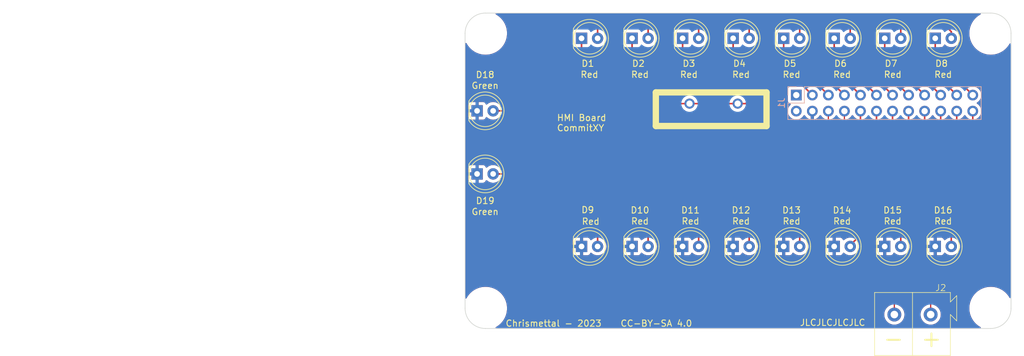
<source format=kicad_pcb>
(kicad_pcb (version 20221018) (generator pcbnew)
  (layers (0 "F.Cu" signal) (31 "B.Cu" signal) (34 "B.Paste" user) (35 "F.Paste" user) (36 "B.SilkS" user "B.Silkscreen") (37 "F.SilkS" user "F.Silkscreen") (38 "B.Mask" user) (39 "F.Mask" user) (44 "Edge.Cuts" user))
  (net 0 "")
  (net 1 "/LED_I1")
  (net 2 "+3V3")
  (net 3 "/LED_I2")
  (net 4 "/LED_I3")
  (net 5 "/LED_I4")
  (net 6 "/LED_I5")
  (net 7 "/LED_I6")
  (net 8 "/LED_I7")
  (net 9 "/LED_I8")
  (net 10 "GND")
  (net 11 "/LED_Q8")
  (net 12 "/LED_Q7")
  (net 13 "/LED_Q6")
  (net 14 "/LED_Q5")
  (net 15 "/LED_Q4")
  (net 16 "/LED_Q3")
  (net 17 "/LED_Q2")
  (net 18 "/LED_Q1")
  (net 21 "/LED_5V")
  (net 22 "/LED_24V")
  (net 23 "/KNX -")
  (net 24 "/KNX +")
  (footprint "MeineBib:KNX_Header" (layer "F.Cu") (at 200.3 114.6)
    (fp_text reference "J2" (at 4.468 -4.239 unlocked) (layer "F.SilkS") (effects (font (thickness 0.1))))
    (fp_text value "KNX")
    (fp_line (start -6 -3.5) (end -6 6.5) (stroke (width 0.1)) (layer "F.SilkS"))
    (fp_line (start -6 6.5) (end 6 6.5) (stroke (width 0.1)) (layer "F.SilkS"))
    (fp_line (start -2 4) (end -4 4) (stroke (width 0.3)) (layer "F.SilkS"))
    (fp_line (start 0 -3.5) (end -6 -3.5) (stroke (width 0.1)) (layer "F.SilkS"))
    (fp_line (start 0 -3.5) (end 6 -3.5) (stroke (width 0.1)) (layer "F.SilkS"))
    (fp_line (start 0 6.5) (end 0 -3.5) (stroke (width 0.1)) (layer "F.SilkS"))
    (fp_line (start 2 4) (end 4 4) (stroke (width 0.3)) (layer "F.SilkS"))
    (fp_line (start 3 5) (end 3 3) (stroke (width 0.3)) (layer "F.SilkS"))
    (fp_line (start 6 -3.5) (end 6 -2) (stroke (width 0.1)) (layer "F.SilkS"))
    (fp_line (start 6 -2) (end 7 -3) (stroke (width 0.1)) (layer "F.SilkS"))
    (fp_line (start 6 0) (end 6 6.5) (stroke (width 0.1)) (layer "F.SilkS"))
    (fp_line (start 7 -3) (end 7 1) (stroke (width 0.1)) (layer "F.SilkS"))
    (fp_line (start 7 1) (end 6 0) (stroke (width 0.1)) (layer "F.SilkS"))
    (pad "1" thru_hole circle (at 2.875 0) (size 2.2 2.2) (drill 1.2) (layers "*.Cu" "*.Mask") (net 24 "/KNX +"))
    (pad "2" thru_hole circle (at -2.875 0) (size 2.2 2.2) (drill 1.2) (layers "*.Cu" "*.Mask") (net 23 "/KNX -"))
  )
  (footprint "LED_THT:LED_D5.0mm" (layer "F.Cu") (at 171.9 70.8)
    (fp_text reference "D4" (at 1 4) (layer "F.SilkS"))
    (fp_text value "Red" (at 1.25 5.75) (layer "F.SilkS"))
    (fp_line (start -1.29 -1.545) (end -1.29 1.545) (stroke (width 0.12)) (layer "F.SilkS"))
    (fp_arc (start -1.29 -1.54483) (mid 2.072002 -2.880433) (end 4.26 0.000462) (stroke (width 0.12)) (layer "F.SilkS"))
    (fp_arc (start 4.26 -0.000462) (mid 2.072002 2.880433) (end -1.29 1.54483) (stroke (width 0.12)) (layer "F.SilkS"))
    (fp_circle (center 1.27 0) (end 3.77 0) (stroke (width 0.12)) (fill none) (layer "F.SilkS"))
    (pad "1" thru_hole rect (at 0 0) (size 1.8 1.8) (drill 0.9) (layers "*.Cu" "*.Mask") (net 5 "/LED_I4"))
    (pad "2" thru_hole circle (at 2.54 0) (size 1.8 1.8) (drill 0.9) (layers "*.Cu" "*.Mask") (net 2 "+3V3"))
  )
  (footprint "LED_THT:LED_D5.0mm" (layer "F.Cu") (at 179.9 103.8)
    (fp_text reference "D13" (at 1.25 -5.75) (layer "F.SilkS"))
    (fp_text value "Red" (at 1.25 -4) (layer "F.SilkS"))
    (fp_line (start -1.29 -1.545) (end -1.29 1.545) (stroke (width 0.12)) (layer "F.SilkS"))
    (fp_arc (start -1.29 -1.54483) (mid 2.072002 -2.880433) (end 4.26 0.000462) (stroke (width 0.12)) (layer "F.SilkS"))
    (fp_arc (start 4.26 -0.000462) (mid 2.072002 2.880433) (end -1.29 1.54483) (stroke (width 0.12)) (layer "F.SilkS"))
    (fp_circle (center 1.27 0) (end 3.77 0) (stroke (width 0.12)) (fill none) (layer "F.SilkS"))
    (pad "1" thru_hole rect (at 0 0) (size 1.8 1.8) (drill 0.9) (layers "*.Cu" "*.Mask") (net 10 "GND"))
    (pad "2" thru_hole circle (at 2.54 0) (size 1.8 1.8) (drill 0.9) (layers "*.Cu" "*.Mask") (net 15 "/LED_Q4"))
  )
  (footprint "MeineBib:Binary_6_v0.1" (layer "F.Cu") (at 168.8334 82.1162)
    (fp_text reference "H7" hide)
    (fp_text value "Symbol_Binary6" hide)
    (fp_text user "Binary-6" (at -2.0654 0.8128) (layer "F.Cu") (effects (font (size 1.2 1.2) (thickness 0.2))))
    (fp_line (start -5.6134 -0.9652) (end -8.4074 1.8288) (stroke (width 0.25)) (layer "F.Cu"))
    (fp_line (start -3.8354 -0.9652) (end -5.6134 -0.9652) (stroke (width 0.25)) (layer "F.Cu"))
    (fp_line (start -3.8354 -0.9652) (end -1.2954 -0.9652) (stroke (width 0.25)) (layer "F.Cu"))
    (fp_line (start 1.2446 -0.9652) (end 3.7846 -0.9652) (stroke (width 0.25)) (layer "F.Cu"))
    (fp_line (start 3.5306 1.8288) (end -8.9408 1.8288) (stroke (width 0.25)) (layer "F.Cu"))
    (fp_line (start 3.7846 -0.9652) (end 5.0546 -0.9652) (stroke (width 0.25)) (layer "F.Cu"))
    (fp_line (start 5.0546 -0.9652) (end 6.0706 -1.9812) (stroke (width 0.25)) (layer "F.Cu"))
    (fp_line (start 6.0706 -1.9812) (end 8.0772 -1.9812) (stroke (width 0.25)) (layer "F.Cu"))
    (fp_line (start 6.5786 -1.2192) (end 3.5306 1.8288) (stroke (width 0.25)) (layer "F.Cu"))
    (fp_line (start 8.128 -1.2192) (end 6.5786 -1.2192) (stroke (width 0.25)) (layer "F.Cu"))
    (fp_line (start -9.1694 -2.7432) (end 8.3566 -2.7432) (stroke (width 1)) (layer "F.SilkS"))
    (fp_line (start -9.1694 2.5908) (end -9.1694 -2.7432) (stroke (width 1)) (layer "F.SilkS"))
    (fp_line (start 8.3566 -2.7432) (end 8.3566 2.5908) (stroke (width 1)) (layer "F.SilkS"))
    (fp_line (start 8.3566 2.5908) (end -9.1694 2.5908) (stroke (width 1)) (layer "F.SilkS"))
    (pad "" thru_hole circle (at -3.8354 -0.9652) (size 1.6 1.6) (drill 1) (layers "*.Cu" "*.Mask"))
    (pad "" smd roundrect (at -0.8954 -0.9652) (size 0.9 1.8) (layers "F.Cu" "F.Mask"))
    (pad "" smd roundrect (at 0.8446 -0.9652) (size 0.9 1.8) (layers "F.Cu" "F.Mask"))
    (pad "" thru_hole oval (at 3.7846 -0.9652) (size 1.6 1.6) (drill 1) (layers "*.Cu" "*.Mask"))
  )
  (footprint "LED_THT:LED_D5.0mm" (layer "F.Cu") (at 171.9 103.8)
    (fp_text reference "D12" (at 1.25 -5.75) (layer "F.SilkS"))
    (fp_text value "Red" (at 1.25 -4) (layer "F.SilkS"))
    (fp_line (start -1.29 -1.545) (end -1.29 1.545) (stroke (width 0.12)) (layer "F.SilkS"))
    (fp_arc (start -1.29 -1.54483) (mid 2.072002 -2.880433) (end 4.26 0.000462) (stroke (width 0.12)) (layer "F.SilkS"))
    (fp_arc (start 4.26 -0.000462) (mid 2.072002 2.880433) (end -1.29 1.54483) (stroke (width 0.12)) (layer "F.SilkS"))
    (fp_circle (center 1.27 0) (end 3.77 0) (stroke (width 0.12)) (fill none) (layer "F.SilkS"))
    (pad "1" thru_hole rect (at 0 0) (size 1.8 1.8) (drill 0.9) (layers "*.Cu" "*.Mask") (net 10 "GND"))
    (pad "2" thru_hole circle (at 2.54 0) (size 1.8 1.8) (drill 0.9) (layers "*.Cu" "*.Mask") (net 14 "/LED_Q5"))
  )
  (footprint "LED_THT:LED_D5.0mm" (layer "F.Cu") (at 195.9 103.8)
    (fp_text reference "D15" (at 1.25 -5.75) (layer "F.SilkS"))
    (fp_text value "Red" (at 1.25 -4) (layer "F.SilkS"))
    (fp_line (start -1.29 -1.545) (end -1.29 1.545) (stroke (width 0.12)) (layer "F.SilkS"))
    (fp_arc (start -1.29 -1.54483) (mid 2.072002 -2.880433) (end 4.26 0.000462) (stroke (width 0.12)) (layer "F.SilkS"))
    (fp_arc (start 4.26 -0.000462) (mid 2.072002 2.880433) (end -1.29 1.54483) (stroke (width 0.12)) (layer "F.SilkS"))
    (fp_circle (center 1.27 0) (end 3.77 0) (stroke (width 0.12)) (fill none) (layer "F.SilkS"))
    (pad "1" thru_hole rect (at 0 0) (size 1.8 1.8) (drill 0.9) (layers "*.Cu" "*.Mask") (net 10 "GND"))
    (pad "2" thru_hole circle (at 2.54 0) (size 1.8 1.8) (drill 0.9) (layers "*.Cu" "*.Mask") (net 17 "/LED_Q2"))
  )
  (footprint "LED_THT:LED_D5.0mm" (layer "F.Cu") (at 155.9 70.8)
    (fp_text reference "D2" (at 1 4) (layer "F.SilkS"))
    (fp_text value "Red" (at 1.25 5.75) (layer "F.SilkS"))
    (fp_line (start -1.29 -1.545) (end -1.29 1.545) (stroke (width 0.12)) (layer "F.SilkS"))
    (fp_arc (start -1.29 -1.54483) (mid 2.072002 -2.880433) (end 4.26 0.000462) (stroke (width 0.12)) (layer "F.SilkS"))
    (fp_arc (start 4.26 -0.000462) (mid 2.072002 2.880433) (end -1.29 1.54483) (stroke (width 0.12)) (layer "F.SilkS"))
    (fp_circle (center 1.27 0) (end 3.77 0) (stroke (width 0.12)) (fill none) (layer "F.SilkS"))
    (pad "1" thru_hole rect (at 0 0) (size 1.8 1.8) (drill 0.9) (layers "*.Cu" "*.Mask") (net 3 "/LED_I2"))
    (pad "2" thru_hole circle (at 2.54 0) (size 1.8 1.8) (drill 0.9) (layers "*.Cu" "*.Mask") (net 2 "+3V3"))
  )
  (footprint "LED_THT:LED_D5.0mm" (layer "F.Cu") (at 203.9 70.8)
    (fp_text reference "D8" (at 1 4) (layer "F.SilkS"))
    (fp_text value "Red" (at 1.25 5.75) (layer "F.SilkS"))
    (fp_line (start -1.29 -1.545) (end -1.29 1.545) (stroke (width 0.12)) (layer "F.SilkS"))
    (fp_arc (start -1.29 -1.54483) (mid 2.072002 -2.880433) (end 4.26 0.000462) (stroke (width 0.12)) (layer "F.SilkS"))
    (fp_arc (start 4.26 -0.000462) (mid 2.072002 2.880433) (end -1.29 1.54483) (stroke (width 0.12)) (layer "F.SilkS"))
    (fp_circle (center 1.27 0) (end 3.77 0) (stroke (width 0.12)) (fill none) (layer "F.SilkS"))
    (pad "1" thru_hole rect (at 0 0) (size 1.8 1.8) (drill 0.9) (layers "*.Cu" "*.Mask") (net 9 "/LED_I8"))
    (pad "2" thru_hole circle (at 2.54 0) (size 1.8 1.8) (drill 0.9) (layers "*.Cu" "*.Mask") (net 2 "+3V3"))
  )
  (footprint "LED_THT:LED_D5.0mm" (layer "F.Cu") (at 195.9 70.8)
    (fp_text reference "D7" (at 1 4) (layer "F.SilkS"))
    (fp_text value "Red" (at 1.27 5.75) (layer "F.SilkS"))
    (fp_line (start -1.29 -1.545) (end -1.29 1.545) (stroke (width 0.12)) (layer "F.SilkS"))
    (fp_arc (start -1.29 -1.54483) (mid 2.072002 -2.880433) (end 4.26 0.000462) (stroke (width 0.12)) (layer "F.SilkS"))
    (fp_arc (start 4.26 -0.000462) (mid 2.072002 2.880433) (end -1.29 1.54483) (stroke (width 0.12)) (layer "F.SilkS"))
    (fp_circle (center 1.27 0) (end 3.77 0) (stroke (width 0.12)) (fill none) (layer "F.SilkS"))
    (pad "1" thru_hole rect (at 0 0) (size 1.8 1.8) (drill 0.9) (layers "*.Cu" "*.Mask") (net 8 "/LED_I7"))
    (pad "2" thru_hole circle (at 2.54 0) (size 1.8 1.8) (drill 0.9) (layers "*.Cu" "*.Mask") (net 2 "+3V3"))
  )
  (footprint "LED_THT:LED_D5.0mm" (layer "F.Cu") (at 187.9 70.8)
    (fp_text reference "D6" (at 1 4) (layer "F.SilkS"))
    (fp_text value "Red" (at 1.25 5.75) (layer "F.SilkS"))
    (fp_line (start -1.29 -1.545) (end -1.29 1.545) (stroke (width 0.12)) (layer "F.SilkS"))
    (fp_arc (start -1.29 -1.54483) (mid 2.072002 -2.880433) (end 4.26 0.000462) (stroke (width 0.12)) (layer "F.SilkS"))
    (fp_arc (start 4.26 -0.000462) (mid 2.072002 2.880433) (end -1.29 1.54483) (stroke (width 0.12)) (layer "F.SilkS"))
    (fp_circle (center 1.27 0) (end 3.77 0) (stroke (width 0.12)) (fill none) (layer "F.SilkS"))
    (pad "1" thru_hole rect (at 0 0) (size 1.8 1.8) (drill 0.9) (layers "*.Cu" "*.Mask") (net 7 "/LED_I6"))
    (pad "2" thru_hole circle (at 2.54 0) (size 1.8 1.8) (drill 0.9) (layers "*.Cu" "*.Mask") (net 2 "+3V3"))
  )
  (footprint "LED_THT:LED_D5.0mm" (layer "F.Cu") (at 131.36 92.3)
    (fp_text reference "D19" (at 1.29 4.25) (layer "F.SilkS"))
    (fp_text value "Green" (at 1.27 6) (layer "F.SilkS"))
    (fp_line (start -1.29 -1.545) (end -1.29 1.545) (stroke (width 0.12)) (layer "F.SilkS"))
    (fp_arc (start -1.29 -1.54483) (mid 2.072002 -2.880433) (end 4.26 0.000462) (stroke (width 0.12)) (layer "F.SilkS"))
    (fp_arc (start 4.26 -0.000462) (mid 2.072002 2.880433) (end -1.29 1.54483) (stroke (width 0.12)) (layer "F.SilkS"))
    (fp_circle (center 1.27 0) (end 3.77 0) (stroke (width 0.12)) (fill none) (layer "F.SilkS"))
    (pad "1" thru_hole rect (at 0 0) (size 1.8 1.8) (drill 0.9) (layers "*.Cu" "*.Mask") (net 10 "GND"))
    (pad "2" thru_hole circle (at 2.54 0) (size 1.8 1.8) (drill 0.9) (layers "*.Cu" "*.Mask") (net 22 "/LED_24V"))
  )
  (footprint "LED_THT:LED_D5.0mm" (layer "F.Cu") (at 187.9 103.8)
    (fp_text reference "D14" (at 1.25 -5.75) (layer "F.SilkS"))
    (fp_text value "Red" (at 1.25 -4) (layer "F.SilkS"))
    (fp_line (start -1.29 -1.545) (end -1.29 1.545) (stroke (width 0.12)) (layer "F.SilkS"))
    (fp_arc (start -1.29 -1.54483) (mid 2.072002 -2.880433) (end 4.26 0.000462) (stroke (width 0.12)) (layer "F.SilkS"))
    (fp_arc (start 4.26 -0.000462) (mid 2.072002 2.880433) (end -1.29 1.54483) (stroke (width 0.12)) (layer "F.SilkS"))
    (fp_circle (center 1.27 0) (end 3.77 0) (stroke (width 0.12)) (fill none) (layer "F.SilkS"))
    (pad "1" thru_hole rect (at 0 0) (size 1.8 1.8) (drill 0.9) (layers "*.Cu" "*.Mask") (net 10 "GND"))
    (pad "2" thru_hole circle (at 2.54 0) (size 1.8 1.8) (drill 0.9) (layers "*.Cu" "*.Mask") (net 16 "/LED_Q3"))
  )
  (footprint "Symbol:OSHW-Symbol_6.7x6mm_Copper" (layer "F.Cu") (at 137.077 104.646)
    (fp_text reference "REF**" hide)
    (fp_text value "OSHW-Symbol_6.7x6mm_Copper" hide)
    (fp_poly (pts (xy 0.555814 -2.531069) (xy 0.639635 -2.086445) (xy 0.94892 -1.958947) (xy 1.258206 -1.831449) (xy 1.629246 -2.083754) (xy 1.733157 -2.154004) (xy 1.827087 -2.216728) (xy 1.906652 -2.269062) (xy 1.96747 -2.308143) (xy 2.005157 -2.331107) (xy 2.015421 -2.336058) (xy 2.03391 -2.323324) (xy 2.07342 -2.288118) (xy 2.129522 -2.234938) (xy 2.197787 -2.168282) (xy 2.273786 -2.092646) (xy 2.353092 -2.012528) (xy 2.431275 -1.932426) (xy 2.503907 -1.856836) (xy 2.566559 -1.790255) (xy 2.614803 -1.737182) (xy 2.64421 -1.702113) (xy 2.651241 -1.690377) (xy 2.641123 -1.66874) (xy 2.612759 -1.621338) (xy 2.569129 -1.552807) (xy 2.513218 -1.467785) (xy 2.448006 -1.370907) (xy 2.410219 -1.31565) (xy 2.341343 -1.214752) (xy 2.28014 -1.123701) (xy 2.229578 -1.04703) (xy 2.192628 -0.989272) (xy 2.172258 -0.954957) (xy 2.169197 -0.947746) (xy 2.176136 -0.927252) (xy 2.195051 -0.879487) (xy 2.223087 -0.811168) (xy 2.257391 -0.729011) (xy 2.295109 -0.63973) (xy 2.333387 -0.550042) (xy 2.36937 -0.466662) (xy 2.400206 -0.396306) (xy 2.423039 -0.34569) (xy 2.435017 -0.321529) (xy 2.435724 -0.320578) (xy 2.454531 -0.315964) (xy 2.504618 -0.305672) (xy 2.580793 -0.290713) (xy 2.677865 -0.272099) (xy 2.790643 -0.250841) (xy 2.856442 -0.238582) (xy 2.97695 -0.215638) (xy 3.085797 -0.193805) (xy 3.177476 -0.174278) (xy 3.246481 -0.158252) (xy 3.287304 -0.146921) (xy 3.295511 -0.143326) (xy 3.303548 -0.118994) (xy 3.310033 -0.064041) (xy 3.31497 0.015108) (xy 3.318364 0.112026) (xy 3.320218 0.220287) (xy 3.320538 0.333465) (xy 3.319327 0.445135) (xy 3.31659 0.548868) (xy 3.312331 0.638241) (xy 3.306555 0.706826) (xy 3.299267 0.748197) (xy 3.294895 0.75681) (xy 3.268764 0.767133) (xy 3.213393 0.781892) (xy 3.136107 0.799352) (xy 3.04423 0.81778) (xy 3.012158 0.823741) (xy 2.857524 0.852066) (xy 2.735375 0.874876) (xy 2.641673 0.89308) (xy 2.572384 0.907583) (xy 2.523471 0.919292) (xy 2.490897 0.929115) (xy 2.470628 0.937956) (xy 2.458626 0.946724) (xy 2.456947 0.948457) (xy 2.440184 0.976371) (xy 2.414614 1.030695) (xy 2.382788 1.104777) (xy 2.34726 1.191965) (xy 2.310583 1.285608) (xy 2.275311 1.379052) (xy 2.243996 1.465647) (xy 2.219193 1.53874) (xy 2.203454 1.591678) (xy 2.199332 1.617811) (xy 2.199676 1.618726) (xy 2.213641 1.640086) (xy 2.245322 1.687084) (xy 2.291391 1.754827) (xy 2.348518 1.838423) (xy 2.413373 1.932982) (xy 2.431843 1.959854) (xy 2.497699 2.057275) (xy 2.55565 2.146163) (xy 2.602538 2.221412) (xy 2.635207 2.27792) (xy 2.6505 2.310581) (xy 2.651241 2.314593) (xy 2.638392 2.335684) (xy 2.602888 2.377464) (xy 2.549293 2.435445) (xy 2.482171 2.505135) (xy 2.406087 2.582045) (xy 2.325604 2.661683) (xy 2.245287 2.739561) (xy 2.169699 2.811186) (xy 2.103405 2.87207) (xy 2.050969 2.917721) (xy 2.016955 2.94365) (xy 2.007545 2.947883) (xy 1.985643 2.937912) (xy 1.9408 2.91102) (xy 1.880321 2.871736) (xy 1.833789 2.840117) (xy 1.749475 2.782098) (xy 1.649626 2.713784) (xy 1.549473 2.645579) (xy 1.495627 2.609075) (xy 1.313371 2.4858) (xy 1.160381 2.56852) (xy 1.090682 2.604759) (xy 1.031414 2.632926) (xy 0.991311 2.648991) (xy 0.981103 2.651226) (xy 0.968829 2.634722) (xy 0.944613 2.588082) (xy 0.910263 2.515609) (xy 0.867588 2.421606) (xy 0.818394 2.310374) (xy 0.76449 2.186215) (xy 0.707684 2.053432) (xy 0.649782 1.916327) (xy 0.592593 1.779202) (xy 0.537924 1.646358) (xy 0.487584 1.522098) (xy 0.44338 1.410725) (xy 0.407119 1.316539) (xy 0.380609 1.243844) (xy 0.365658 1.196941) (xy 0.363254 1.180833) (xy 0.382311 1.160286) (xy 0.424036 1.126933) (xy 0.479706 1.087702) (xy 0.484378 1.084599) (xy 0.628264 0.969423) (xy 0.744283 0.835053) (xy 0.83143 0.685784) (xy 0.888699 0.525913) (xy 0.915086 0.359737) (xy 0.909585 0.191552) (xy 0.87119 0.025655) (xy 0.798895 -0.133658) (xy 0.777626 -0.168513) (xy 0.666996 -0.309263) (xy 0.536302 -0.422286) (xy 0.390064 -0.506997) (xy 0.232808 -0.562806) (xy 0.069057 -0.589126) (xy -0.096667 -0.58537) (xy -0.259838 -0.55095) (xy -0.415935 -0.485277) (xy -0.560433 -0.387765) (xy -0.605131 -0.348187) (xy -0.718888 -0.224297) (xy -0.801782 -0.093876) (xy -0.858644 0.052315) (xy -0.890313 0.197088) (xy -0.898131 0.35986) (xy -0.872062 0.52344) (xy -0.814755 0.682298) (xy -0.728856 0.830906) (xy -0.617014 0.963735) (xy -0.481877 1.075256) (xy -0.464117 1.087011) (xy -0.40785 1.125508) (xy -0.365077 1.158863) (xy -0.344628 1.18016) (xy -0.344331 1.180833) (xy -0.348721 1.203871) (xy -0.366124 1.256157) (xy -0.394732 1.33339) (xy -0.432735 1.431268) (xy -0.478326 1.545491) (xy -0.529697 1.671758) (xy -0.585038 1.805767) (xy -0.642542 1.943218) (xy -0.700399 2.079808) (xy -0.756802 2.211237) (xy -0.809942 2.333205) (xy -0.85801 2.441409) (xy -0.899199 2.531549) (xy -0.931699 2.599323) (xy -0.953703 2.64043) (xy -0.962564 2.651226) (xy -0.98964 2.642819) (xy -1.040303 2.620272) (xy -1.105817 2.587613) (xy -1.141841 2.56852) (xy -1.294832 2.4858) (xy -1.477088 2.609075) (xy -1.570125 2.672228) (xy -1.671985 2.741727) (xy -1.767438 2.807165) (xy -1.81525 2.840117) (xy -1.882495 2.885273) (xy -1.939436 2.921057) (xy -1.978646 2.942938) (xy -1.991381 2.947563) (xy -2.009917 2.935085) (xy -2.050941 2.900252) (xy -2.110475 2.846678) (xy -2.184542 2.777983) (xy -2.269165 2.697781) (xy -2.322685 2.646286) (xy -2.416319 2.554286) (xy -2.497241 2.471999) (xy -2.562177 2.402945) (xy -2.607858 2.350644) (xy -2.631011 2.318616) (xy -2.633232 2.312116) (xy -2.622924 2.287394) (xy -2.594439 2.237405) (xy -2.550937 2.167212) (xy -2.495577 2.081875) (xy -2.43152 1.986456) (xy -2.413303 1.959854) (xy -2.346927 1.863167) (xy -2.287378 1.776117) (xy -2.237984 1.703595) (xy -2.202075 1.650493) (xy -2.182981 1.621703) (xy -2.181136 1.618726) (xy -2.183895 1.595782) (xy -2.198538 1.545336) (xy -2.222513 1.474041) (xy -2.253266 1.388547) (xy -2.288244 1.295507) (xy -2.324893 1.201574) (xy -2.360661 1.113399) (xy -2.392994 1.037634) (xy -2.419338 0.980931) (xy -2.437142 0.949943) (xy -2.438407 0.948457) (xy -2.449294 0.939601) (xy -2.467682 0.930843) (xy -2.497606 0.921277) (xy -2.543103 0.909996) (xy -2.608209 0.896093) (xy -2.696961 0.878663) (xy -2.813393 0.856798) (xy -2.961542 0.829591) (xy -2.993618 0.823741) (xy -3.088686 0.805374) (xy -3.171565 0.787405) (xy -3.23493 0.771569) (xy -3.271458 0.7596) (xy -3.276356 0.75681) (xy -3.284427 0.732072) (xy -3.290987 0.67679) (xy -3.296033 0.597389) (xy -3.299559 0.500296) (xy -3.301561 0.391938) (xy -3.302036 0.27874) (xy -3.300977 0.167128) (xy -3.298382 0.063529) (xy -3.294246 -0.025632) (xy -3.288563 -0.093928) (xy -3.281331 -0.134934) (xy -3.276971 -0.143326) (xy -3.252698 -0.151792) (xy -3.197426 -0.165565) (xy -3.116662 -0.18345) (xy -3.015912 -0.204252) (xy -2.900683 -0.226777) (xy -2.837902 -0.238582) (xy -2.718787 -0.260849) (xy -2.612565 -0.281021) (xy -2.524427 -0.298085) (xy -2.459566 -0.311031) (xy -2.423174 -0.318845) (xy -2.417184 -0.320578) (xy -2.407061 -0.34011) (xy -2.385662 -0.387157) (xy -2.355839 -0.454997) (xy -2.320445 -0.536909) (xy -2.282332 -0.626172) (xy -2.244353 -0.716065) (xy -2.20936 -0.799865) (xy -2.180206 -0.870853) (xy -2.159743 -0.922306) (xy -2.150823 -0.947503) (xy -2.150657 -0.948604) (xy -2.160769 -0.968481) (xy -2.189117 -1.014223) (xy -2.232723 -1.081283) (xy -2.288606 -1.165116) (xy -2.353787 -1.261174) (xy -2.391679 -1.31635) (xy -2.460725 -1.417519) (xy -2.52205 -1.50937) (xy -2.572663 -1.587256) (xy -2.609571 -1.646531) (xy -2.629782 -1.682549) (xy -2.632701 -1.690623) (xy -2.620153 -1.709416) (xy -2.585463 -1.749543) (xy -2.533063 -1.806507) (xy -2.467384 -1.875815) (xy -2.392856 -1.952969) (xy -2.313913 -2.033475) (xy -2.234983 -2.112837) (xy -2.1605 -2.18656) (xy -2.094894 -2.250148) (xy -2.042596 -2.299106) (xy -2.008039 -2.328939) (xy -1.996478 -2.336058) (xy -1.977654 -2.326047) (xy -1.932631 -2.297922) (xy -1.865787 -2.254546) (xy -1.781499 -2.198782) (xy -1.684144 -2.133494) (xy -1.610707 -2.083754) (xy -1.239667 -1.831449) (xy -0.621095 -2.086445) (xy -0.537275 -2.531069) (xy -0.453454 -2.975693) (xy 0.471994 -2.975693) (xy 0.555814 -2.531069)) (stroke (width 0.01)) (fill solid) (layer "F.Cu"))
  )
  (footprint "LED_THT:LED_D5.0mm" (layer "F.Cu") (at 155.9 103.8)
    (fp_text reference "D10" (at 1.25 -5.75) (layer "F.SilkS"))
    (fp_text value "Red" (at 1.25 -4) (layer "F.SilkS"))
    (fp_line (start -1.29 -1.545) (end -1.29 1.545) (stroke (width 0.12)) (layer "F.SilkS"))
    (fp_arc (start -1.29 -1.54483) (mid 2.072002 -2.880433) (end 4.26 0.000462) (stroke (width 0.12)) (layer "F.SilkS"))
    (fp_arc (start 4.26 -0.000462) (mid 2.072002 2.880433) (end -1.29 1.54483) (stroke (width 0.12)) (layer "F.SilkS"))
    (fp_circle (center 1.27 0) (end 3.77 0) (stroke (width 0.12)) (fill none) (layer "F.SilkS"))
    (pad "1" thru_hole rect (at 0 0) (size 1.8 1.8) (drill 0.9) (layers "*.Cu" "*.Mask") (net 10 "GND"))
    (pad "2" thru_hole circle (at 2.54 0) (size 1.8 1.8) (drill 0.9) (layers "*.Cu" "*.Mask") (net 12 "/LED_Q7"))
  )
  (footprint "LED_THT:LED_D5.0mm" (layer "F.Cu") (at 131.36 82.3)
    (fp_text reference "D18" (at 1.272 -5.721) (layer "F.SilkS"))
    (fp_text value "Green" (at 1.27 -4) (layer "F.SilkS"))
    (fp_line (start -1.29 -1.545) (end -1.29 1.545) (stroke (width 0.12)) (layer "F.SilkS"))
    (fp_arc (start -1.29 -1.54483) (mid 2.072002 -2.880433) (end 4.26 0.000462) (stroke (width 0.12)) (layer "F.SilkS"))
    (fp_arc (start 4.26 -0.000462) (mid 2.072002 2.880433) (end -1.29 1.54483) (stroke (width 0.12)) (layer "F.SilkS"))
    (fp_circle (center 1.27 0) (end 3.77 0) (stroke (width 0.12)) (fill none) (layer "F.SilkS"))
    (pad "1" thru_hole rect (at 0 0) (size 1.8 1.8) (drill 0.9) (layers "*.Cu" "*.Mask") (net 10 "GND"))
    (pad "2" thru_hole circle (at 2.54 0) (size 1.8 1.8) (drill 0.9) (layers "*.Cu" "*.Mask") (net 21 "/LED_5V"))
  )
  (footprint "LED_THT:LED_D5.0mm" (layer "F.Cu") (at 147.9 103.8)
    (fp_text reference "D9" (at 0.98 -5.79) (layer "F.SilkS"))
    (fp_text value "Red" (at 1.45 -3.96) (layer "F.SilkS"))
    (fp_line (start -1.29 -1.545) (end -1.29 1.545) (stroke (width 0.12)) (layer "F.SilkS"))
    (fp_arc (start -1.29 -1.54483) (mid 2.072002 -2.880433) (end 4.26 0.000462) (stroke (width 0.12)) (layer "F.SilkS"))
    (fp_arc (start 4.26 -0.000462) (mid 2.072002 2.880433) (end -1.29 1.54483) (stroke (width 0.12)) (layer "F.SilkS"))
    (fp_circle (center 1.27 0) (end 3.77 0) (stroke (width 0.12)) (fill none) (layer "F.SilkS"))
    (pad "1" thru_hole rect (at 0 0) (size 1.8 1.8) (drill 0.9) (layers "*.Cu" "*.Mask") (net 10 "GND"))
    (pad "2" thru_hole circle (at 2.54 0) (size 1.8 1.8) (drill 0.9) (layers "*.Cu" "*.Mask") (net 11 "/LED_Q8"))
  )
  (footprint "LED_THT:LED_D5.0mm" (layer "F.Cu") (at 163.9 70.8)
    (fp_text reference "D3" (at 1 4) (layer "F.SilkS"))
    (fp_text value "Red" (at 1 5.75) (layer "F.SilkS"))
    (fp_line (start -1.29 -1.545) (end -1.29 1.545) (stroke (width 0.12)) (layer "F.SilkS"))
    (fp_arc (start -1.29 -1.54483) (mid 2.072002 -2.880433) (end 4.26 0.000462) (stroke (width 0.12)) (layer "F.SilkS"))
    (fp_arc (start 4.26 -0.000462) (mid 2.072002 2.880433) (end -1.29 1.54483) (stroke (width 0.12)) (layer "F.SilkS"))
    (fp_circle (center 1.27 0) (end 3.77 0) (stroke (width 0.12)) (fill none) (layer "F.SilkS"))
    (pad "1" thru_hole rect (at 0 0) (size 1.8 1.8) (drill 0.9) (layers "*.Cu" "*.Mask") (net 4 "/LED_I3"))
    (pad "2" thru_hole circle (at 2.54 0) (size 1.8 1.8) (drill 0.9) (layers "*.Cu" "*.Mask") (net 2 "+3V3"))
  )
  (footprint "LED_THT:LED_D5.0mm" (layer "F.Cu") (at 163.9 103.8)
    (fp_text reference "D11" (at 1.25 -5.75) (layer "F.SilkS"))
    (fp_text value "Red" (at 1.25 -4) (layer "F.SilkS"))
    (fp_line (start -1.29 -1.545) (end -1.29 1.545) (stroke (width 0.12)) (layer "F.SilkS"))
    (fp_arc (start -1.29 -1.54483) (mid 2.072002 -2.880433) (end 4.26 0.000462) (stroke (width 0.12)) (layer "F.SilkS"))
    (fp_arc (start 4.26 -0.000462) (mid 2.072002 2.880433) (end -1.29 1.54483) (stroke (width 0.12)) (layer "F.SilkS"))
    (fp_circle (center 1.27 0) (end 3.77 0) (stroke (width 0.12)) (fill none) (layer "F.SilkS"))
    (pad "1" thru_hole rect (at 0 0) (size 1.8 1.8) (drill 0.9) (layers "*.Cu" "*.Mask") (net 10 "GND"))
    (pad "2" thru_hole circle (at 2.54 0) (size 1.8 1.8) (drill 0.9) (layers "*.Cu" "*.Mask") (net 13 "/LED_Q6"))
  )
  (footprint "LED_THT:LED_D5.0mm" (layer "F.Cu") (at 147.9 70.8)
    (fp_text reference "D1" (at 1 4) (layer "F.SilkS"))
    (fp_text value "Red" (at 1.25 5.75) (layer "F.SilkS"))
    (fp_line (start -1.29 -1.545) (end -1.29 1.545) (stroke (width 0.12)) (layer "F.SilkS"))
    (fp_arc (start -1.29 -1.54483) (mid 2.072002 -2.880433) (end 4.26 0.000462) (stroke (width 0.12)) (layer "F.SilkS"))
    (fp_arc (start 4.26 -0.000462) (mid 2.072002 2.880433) (end -1.29 1.54483) (stroke (width 0.12)) (layer "F.SilkS"))
    (fp_circle (center 1.27 0) (end 3.77 0) (stroke (width 0.12)) (fill none) (layer "F.SilkS"))
    (pad "1" thru_hole rect (at 0 0) (size 1.8 1.8) (drill 0.9) (layers "*.Cu" "*.Mask") (net 1 "/LED_I1"))
    (pad "2" thru_hole circle (at 2.54 0) (size 1.8 1.8) (drill 0.9) (layers "*.Cu" "*.Mask") (net 2 "+3V3"))
  )
  (footprint "LED_THT:LED_D5.0mm" (layer "F.Cu") (at 203.9 103.8)
    (fp_text reference "D16" (at 1.25 -5.75) (layer "F.SilkS"))
    (fp_text value "Red" (at 1.25 -4) (layer "F.SilkS"))
    (fp_line (start -1.29 -1.545) (end -1.29 1.545) (stroke (width 0.12)) (layer "F.SilkS"))
    (fp_arc (start -1.29 -1.54483) (mid 2.072002 -2.880433) (end 4.26 0.000462) (stroke (width 0.12)) (layer "F.SilkS"))
    (fp_arc (start 4.26 -0.000462) (mid 2.072002 2.880433) (end -1.29 1.54483) (stroke (width 0.12)) (layer "F.SilkS"))
    (fp_circle (center 1.27 0) (end 3.77 0) (stroke (width 0.12)) (fill none) (layer "F.SilkS"))
    (pad "1" thru_hole rect (at 0 0) (size 1.8 1.8) (drill 0.9) (layers "*.Cu" "*.Mask") (net 10 "GND"))
    (pad "2" thru_hole circle (at 2.54 0) (size 1.8 1.8) (drill 0.9) (layers "*.Cu" "*.Mask") (net 18 "/LED_Q1"))
  )
  (footprint "LED_THT:LED_D5.0mm" (layer "F.Cu") (at 179.9 70.8)
    (fp_text reference "D5" (at 1 4) (layer "F.SilkS"))
    (fp_text value "Red" (at 1.25 5.75) (layer "F.SilkS"))
    (fp_line (start -1.29 -1.545) (end -1.29 1.545) (stroke (width 0.12)) (layer "F.SilkS"))
    (fp_arc (start -1.29 -1.54483) (mid 2.072002 -2.880433) (end 4.26 0.000462) (stroke (width 0.12)) (layer "F.SilkS"))
    (fp_arc (start 4.26 -0.000462) (mid 2.072002 2.880433) (end -1.29 1.54483) (stroke (width 0.12)) (layer "F.SilkS"))
    (fp_circle (center 1.27 0) (end 3.77 0) (stroke (width 0.12)) (fill none) (layer "F.SilkS"))
    (pad "1" thru_hole rect (at 0 0) (size 1.8 1.8) (drill 0.9) (layers "*.Cu" "*.Mask") (net 6 "/LED_I5"))
    (pad "2" thru_hole circle (at 2.54 0) (size 1.8 1.8) (drill 0.9) (layers "*.Cu" "*.Mask") (net 2 "+3V3"))
  )
  (footprint "MeineBib:EigenesMountingHole_3.2mm_M3_Small" (layer "B.Cu") (at 212.7 113.6 180)
    (fp_text reference "MK2" hide)
    (fp_text value "Mounting_Hole" hide)
    (pad "" np_thru_hole circle (at 0 0 180) (size 3.2 3.2) (drill 3.2) (layers "F&B.Cu" "*.Mask") (clearance 1.8))
  )
  (footprint "MeineBib:EigenesMountingHole_3.2mm_M3_Small" (layer "B.Cu") (at 132.7 70 180)
    (fp_text reference "MK2" hide)
    (fp_text value "Mounting_Hole" hide)
    (pad "" np_thru_hole circle (at 0 0 180) (size 3.2 3.2) (drill 3.2) (layers "F&B.Cu" "*.Mask") (clearance 1.8))
  )
  (footprint "Connector_PinHeader_2.54mm:PinHeader_2x12_P2.54mm_Vertical" (layer "B.Cu") (at 181.9 79.8 -90)
    (fp_text reference "J1" (at 1.27 2.33 90) (layer "B.SilkS") (effects (justify mirror)))
    (fp_text value "Conn_02x12_Odd_Even" hide)
    (fp_line (start -1.33 -29.27) (end 3.87 -29.27) (stroke (width 0.12)) (layer "B.SilkS"))
    (fp_line (start -1.33 -1.27) (end -1.33 -29.27) (stroke (width 0.12)) (layer "B.SilkS"))
    (fp_line (start -1.33 -1.27) (end 1.27 -1.27) (stroke (width 0.12)) (layer "B.SilkS"))
    (fp_line (start -1.33 0) (end -1.33 1.33) (stroke (width 0.12)) (layer "B.SilkS"))
    (fp_line (start -1.33 1.33) (end 0 1.33) (stroke (width 0.12)) (layer "B.SilkS"))
    (fp_line (start 1.27 -1.27) (end 1.27 1.33) (stroke (width 0.12)) (layer "B.SilkS"))
    (fp_line (start 1.27 1.33) (end 3.87 1.33) (stroke (width 0.12)) (layer "B.SilkS"))
    (fp_line (start 3.87 1.33) (end 3.87 -29.27) (stroke (width 0.12)) (layer "B.SilkS"))
    (pad "1" thru_hole rect (at 0 0 270) (size 1.7 1.7) (drill 1) (layers "*.Cu" "*.Mask"))
    (pad "2" thru_hole oval (at 2.54 0 270) (size 1.7 1.7) (drill 1) (layers "*.Cu" "*.Mask"))
    (pad "3" thru_hole oval (at 0 -2.54 270) (size 1.7 1.7) (drill 1) (layers "*.Cu" "*.Mask") (net 22 "/LED_24V"))
    (pad "4" thru_hole oval (at 2.54 -2.54 270) (size 1.7 1.7) (drill 1) (layers "*.Cu" "*.Mask") (net 10 "GND"))
    (pad "5" thru_hole oval (at 0 -5.08 270) (size 1.7 1.7) (drill 1) (layers "*.Cu" "*.Mask") (net 21 "/LED_5V"))
    (pad "6" thru_hole oval (at 2.54 -5.08 270) (size 1.7 1.7) (drill 1) (layers "*.Cu" "*.Mask") (net 23 "/KNX -"))
    (pad "7" thru_hole oval (at 0 -7.62 270) (size 1.7 1.7) (drill 1) (layers "*.Cu" "*.Mask") (net 2 "+3V3"))
    (pad "8" thru_hole oval (at 2.54 -7.62 270) (size 1.7 1.7) (drill 1) (layers "*.Cu" "*.Mask") (net 24 "/KNX +"))
    (pad "9" thru_hole oval (at 0 -10.16 270) (size 1.7 1.7) (drill 1) (layers "*.Cu" "*.Mask") (net 1 "/LED_I1"))
    (pad "10" thru_hole oval (at 2.54 -10.16 270) (size 1.7 1.7) (drill 1) (layers "*.Cu" "*.Mask") (net 11 "/LED_Q8"))
    (pad "11" thru_hole oval (at 0 -12.7 270) (size 1.7 1.7) (drill 1) (layers "*.Cu" "*.Mask") (net 3 "/LED_I2"))
    (pad "12" thru_hole oval (at 2.54 -12.7 270) (size 1.7 1.7) (drill 1) (layers "*.Cu" "*.Mask") (net 12 "/LED_Q7"))
    (pad "13" thru_hole oval (at 0 -15.24 270) (size 1.7 1.7) (drill 1) (layers "*.Cu" "*.Mask") (net 4 "/LED_I3"))
    (pad "14" thru_hole oval (at 2.54 -15.24 270) (size 1.7 1.7) (drill 1) (layers "*.Cu" "*.Mask") (net 13 "/LED_Q6"))
    (pad "15" thru_hole oval (at 0 -17.78 270) (size 1.7 1.7) (drill 1) (layers "*.Cu" "*.Mask") (net 5 "/LED_I4"))
    (pad "16" thru_hole oval (at 2.54 -17.78 270) (size 1.7 1.7) (drill 1) (layers "*.Cu" "*.Mask") (net 14 "/LED_Q5"))
    (pad "17" thru_hole oval (at 0 -20.32 270) (size 1.7 1.7) (drill 1) (layers "*.Cu" "*.Mask") (net 6 "/LED_I5"))
    (pad "18" thru_hole oval (at 2.54 -20.32 270) (size 1.7 1.7) (drill 1) (layers "*.Cu" "*.Mask") (net 15 "/LED_Q4"))
    (pad "19" thru_hole oval (at 0 -22.86 270) (size 1.7 1.7) (drill 1) (layers "*.Cu" "*.Mask") (net 7 "/LED_I6"))
    (pad "20" thru_hole oval (at 2.54 -22.86 270) (size 1.7 1.7) (drill 1) (layers "*.Cu" "*.Mask") (net 16 "/LED_Q3"))
    (pad "21" thru_hole oval (at 0 -25.4 270) (size 1.7 1.7) (drill 1) (layers "*.Cu" "*.Mask") (net 8 "/LED_I7"))
    (pad "22" thru_hole oval (at 2.54 -25.4 270) (size 1.7 1.7) (drill 1) (layers "*.Cu" "*.Mask") (net 17 "/LED_Q2"))
    (pad "23" thru_hole oval (at 0 -27.94 270) (size 1.7 1.7) (drill 1) (layers "*.Cu" "*.Mask") (net 9 "/LED_I8"))
    (pad "24" thru_hole oval (at 2.54 -27.94 270) (size 1.7 1.7) (drill 1) (layers "*.Cu" "*.Mask") (net 18 "/LED_Q1"))
  )
  (footprint "MeineBib:EigenesMountingHole_3.2mm_M3_Small" (layer "B.Cu") (at 212.7 70 180)
    (fp_text reference "MK2" hide)
    (fp_text value "Mounting_Hole" hide)
    (pad "" np_thru_hole circle (at 0 0 180) (size 3.2 3.2) (drill 3.2) (layers "F&B.Cu" "*.Mask") (clearance 1.8))
  )
  (footprint "MeineBib:EigenesMountingHole_3.2mm_M3_Small" (layer "B.Cu") (at 132.7 113.6 180)
    (fp_text reference "MK2" hide)
    (fp_text value "Mounting_Hole" hide)
    (pad "" np_thru_hole circle (at 0 0 180) (size 3.2 3.2) (drill 3.2) (layers "F&B.Cu" "*.Mask") (clearance 1.8))
  )
  (gr_arc (start 215.9 113.6) (mid 214.962742 115.862742) (end 212.7 116.8) (stroke (width 0.1)) (layer "Edge.Cuts"))
  (gr_arc (start 132.662742 116.8) (mid 130.399973 115.862757) (end 129.462742 113.6) (stroke (width 0.1)) (layer "Edge.Cuts"))
  (gr_line (start 215.9 70) (end 215.9 113.6) (stroke (width 0.1)) (layer "Edge.Cuts"))
  (gr_arc (start 129.462742 70) (mid 130.400003 67.737273) (end 132.662742 66.8) (stroke (width 0.1)) (layer "Edge.Cuts"))
  (gr_line (start 132.662742 66.8) (end 212.7 66.8) (stroke (width 0.1)) (layer "Edge.Cuts"))
  (gr_arc (start 212.7 66.8) (mid 214.962742 67.737258) (end 215.9 70) (stroke (width 0.1)) (layer "Edge.Cuts"))
  (gr_line (start 212.7 116.8) (end 132.662742 116.8) (stroke (width 0.1)) (layer "Edge.Cuts"))
  (gr_line (start 129.462742 113.6) (end 129.462742 70) (stroke (width 0.1)) (layer "Edge.Cuts"))
  (gr_text "PiPLC" (at 143.935 81.913) (layer "F.Cu") (effects (font (size 1.5 1.5) (thickness 0.3) bold italic) (justify left bottom)))
  (gr_text "JLCJLCJLCJLC" (at 182.416 116.457) (layer "F.SilkS") (effects (font (size 1 1)) (justify left bottom)))
  (gr_text "Chrismettal - 2023    CC-BY-SA 4.0" (at 135.807 116.584) (layer "F.SilkS") (effects (font (size 1 1)) (justify left bottom)))
  (gr_text "HMI Board\nCommitXY" (at 143.935 85.596) (layer "F.SilkS") (effects (font (size 1 1)) (justify left bottom)))
  (segment (start 192.06 79.8) (end 189.253 76.993) (width 0.25) (layer "F.Cu") (net 1))
  (segment (start 189.253 76.993) (end 150.699 76.993) (width 0.25) (layer "F.Cu") (net 1))
  (segment (start 150.699 76.993) (end 147.9 74.194) (width 0.25) (layer "F.Cu") (net 1))
  (segment (start 147.9 74.194) (end 147.9 70.8) (width 0.25) (layer "F.Cu") (net 1))
  (segment (start 166.44 68.35) (end 166.414 68.324) (width 0.25) (layer "F.Cu") (net 2))
  (segment (start 158.54 68.324) (end 166.414 68.324) (width 0.25) (layer "F.Cu") (net 2))
  (segment (start 158.44 68.424) (end 158.54 68.324) (width 0.25) (layer "F.Cu") (net 2))
  (segment (start 150.512604 77.443) (end 145.967 72.897396) (width 0.25) (layer "F.Cu") (net 2))
  (segment (start 190.417 68.324) (end 198.418 68.324) (width 0.25) (layer "F.Cu") (net 2))
  (segment (start 150.44 70.8) (end 150.44 68.324) (width 0.25) (layer "F.Cu") (net 2))
  (segment (start 198.44 68.346) (end 198.418 68.324) (width 0.25) (layer "F.Cu") (net 2))
  (segment (start 182.44 70.8) (end 182.44 68.348) (width 0.25) (layer "F.Cu") (net 2))
  (segment (start 174.415 68.324) (end 182.416 68.324) (width 0.25) (layer "F.Cu") (net 2))
  (segment (start 174.44 70.8) (end 174.44 68.349) (width 0.25) (layer "F.Cu") (net 2))
  (segment (start 187.163 77.443) (end 150.512604 77.443) (width 0.25) (layer "F.Cu") (net 2))
  (segment (start 151.428 68.324) (end 158.54 68.324) (width 0.25) (layer "F.Cu") (net 2))
  (segment (start 198.418 68.324) (end 205.022 68.324) (width 0.25) (layer "F.Cu") (net 2))
  (segment (start 145.967 72.897396) (end 145.967 68.959) (width 0.25) (layer "F.Cu") (net 2))
  (segment (start 166.414 68.324) (end 174.415 68.324) (width 0.25) (layer "F.Cu") (net 2))
  (segment (start 158.44 70.8) (end 158.44 68.424) (width 0.25) (layer "F.Cu") (net 2))
  (segment (start 198.44 70.8) (end 198.44 68.346) (width 0.25) (layer "F.Cu") (net 2))
  (segment (start 182.44 68.348) (end 182.416 68.324) (width 0.25) (layer "F.Cu") (net 2))
  (segment (start 166.44 70.8) (end 166.44 68.35) (width 0.25) (layer "F.Cu") (net 2))
  (segment (start 190.44 70.8) (end 190.44 68.347) (width 0.25) (layer "F.Cu") (net 2))
  (segment (start 146.602 68.324) (end 151.428 68.324) (width 0.25) (layer "F.Cu") (net 2))
  (segment (start 150.44 68.324) (end 151.428 68.324) (width 0.25) (layer "F.Cu") (net 2))
  (segment (start 189.52 79.8) (end 187.163 77.443) (width 0.25) (layer "F.Cu") (net 2))
  (segment (start 205.022 68.324) (end 206.44 69.742) (width 0.25) (layer "F.Cu") (net 2))
  (segment (start 145.967 68.959) (end 146.602 68.324) (width 0.25) (layer "F.Cu") (net 2))
  (segment (start 206.44 69.742) (end 206.44 70.8) (width 0.25) (layer "F.Cu") (net 2))
  (segment (start 174.44 68.349) (end 174.415 68.324) (width 0.25) (layer "F.Cu") (net 2))
  (segment (start 182.416 68.324) (end 190.417 68.324) (width 0.25) (layer "F.Cu") (net 2))
  (segment (start 190.44 68.347) (end 190.417 68.324) (width 0.25) (layer "F.Cu") (net 2))
  (segment (start 155.9 73.431) (end 155.9 70.8) (width 0.25) (layer "F.Cu") (net 3))
  (segment (start 191.343 76.543) (end 159.012 76.543) (width 0.25) (layer "F.Cu") (net 3))
  (segment (start 194.6 79.8) (end 191.343 76.543) (width 0.25) (layer "F.Cu") (net 3))
  (segment (start 159.012 76.543) (end 155.9 73.431) (width 0.25) (layer "F.Cu") (net 3))
  (segment (start 193.433 76.093) (end 167.071 76.093) (width 0.25) (layer "F.Cu") (net 4))
  (segment (start 167.071 76.093) (end 163.9 72.922) (width 0.25) (layer "F.Cu") (net 4))
  (segment (start 163.9 72.922) (end 163.9 70.8) (width 0.25) (layer "F.Cu") (net 4))
  (segment (start 197.14 79.8) (end 193.433 76.093) (width 0.25) (layer "F.Cu") (net 4))
  (segment (start 195.523 75.643) (end 174.495 75.643) (width 0.25) (layer "F.Cu") (net 5))
  (segment (start 174.495 75.643) (end 171.9 73.048) (width 0.25) (layer "F.Cu") (net 5))
  (segment (start 199.68 79.8) (end 195.523 75.643) (width 0.25) (layer "F.Cu") (net 5))
  (segment (start 171.9 73.048) (end 171.9 70.8) (width 0.25) (layer "F.Cu") (net 5))
  (segment (start 179.9 72.412) (end 179.9 70.8) (width 0.25) (layer "F.Cu") (net 6))
  (segment (start 182.681 75.193) (end 179.9 72.412) (width 0.25) (layer "F.Cu") (net 6))
  (segment (start 197.613 75.193) (end 182.681 75.193) (width 0.25) (layer "F.Cu") (net 6))
  (segment (start 202.22 79.8) (end 197.613 75.193) (width 0.25) (layer "F.Cu") (net 6))
  (segment (start 199.703 74.743) (end 204.76 79.8) (width 0.25) (layer "F.Cu") (net 7))
  (segment (start 187.9 70.8) (end 187.9 72.157) (width 0.25) (layer "F.Cu") (net 7))
  (segment (start 187.9 72.157) (end 190.486 74.743) (width 0.25) (layer "F.Cu") (net 7))
  (segment (start 190.486 74.743) (end 199.703 74.743) (width 0.25) (layer "F.Cu") (net 7))
  (segment (start 201.793 74.293) (end 197.91 74.293) (width 0.25) (layer "F.Cu") (net 8))
  (segment (start 195.9 72.283) (end 195.9 70.8) (width 0.25) (layer "F.Cu") (net 8))
  (segment (start 197.91 74.293) (end 195.9 72.283) (width 0.25) (layer "F.Cu") (net 8))
  (segment (start 207.3 79.8) (end 201.793 74.293) (width 0.25) (layer "F.Cu") (net 8))
  (segment (start 203.9 70.8) (end 203.9 73.86) (width 0.25) (layer "F.Cu") (net 9))
  (segment (start 203.9 73.86) (end 209.84 79.8) (width 0.25) (layer "F.Cu") (net 9))
  (segment (start 184.44 82.34) (end 184.44 84.588) (width 0.25) (layer "F.Cu") (net 10))
  (segment (start 184.44 84.588) (end 183.7495 85.2785) (width 0.25) (layer "F.Cu") (net 10))
  (segment (start 183.7495 85.2785) (end 183.686 85.342) (width 0.25) (layer "F.Cu") (net 10))
  (segment (start 184.44 84.588) (end 183.686 85.342) (width 0.25) (layer "B.Cu") (net 10))
  (segment (start 184.44 82.34) (end 184.44 84.588) (width 0.25) (layer "B.Cu") (net 10))
  (segment (start 150.44 101.824) (end 158.308 93.956) (width 0.25) (layer "F.Cu") (net 11))
  (segment (start 192.06 89.287) (end 192.06 82.34) (width 0.25) (layer "F.Cu") (net 11))
  (segment (start 158.308 93.956) (end 187.391 93.956) (width 0.25) (layer "F.Cu") (net 11))
  (segment (start 187.391 93.956) (end 192.06 89.287) (width 0.25) (layer "F.Cu") (net 11))
  (segment (start 150.44 103.8) (end 150.44 101.824) (width 0.25) (layer "F.Cu") (net 11))
  (segment (start 165.859 94.406) (end 189.481 94.406) (width 0.25) (layer "F.Cu") (net 12))
  (segment (start 158.44 101.825) (end 165.859 94.406) (width 0.25) (layer "F.Cu") (net 12))
  (segment (start 194.6 89.287) (end 194.6 82.34) (width 0.25) (layer "F.Cu") (net 12))
  (segment (start 189.481 94.406) (end 194.6 89.287) (width 0.25) (layer "F.Cu") (net 12))
  (segment (start 158.44 103.8) (end 158.44 101.825) (width 0.25) (layer "F.Cu") (net 12))
  (segment (start 166.44 101.953) (end 166.44 103.8) (width 0.25) (layer "F.Cu") (net 13))
  (segment (start 173.537 94.856) (end 166.44 101.953) (width 0.25) (layer "F.Cu") (net 13))
  (segment (start 197.14 82.34) (end 197.14 89.287) (width 0.25) (layer "F.Cu") (net 13))
  (segment (start 197.14 89.287) (end 191.571 94.856) (width 0.25) (layer "F.Cu") (net 13))
  (segment (start 191.571 94.856) (end 173.537 94.856) (width 0.25) (layer "F.Cu") (net 13))
  (segment (start 174.44 101.954) (end 181.088 95.306) (width 0.25) (layer "F.Cu") (net 14))
  (segment (start 181.088 95.306) (end 193.660825 95.306) (width 0.25) (layer "F.Cu") (net 14))
  (segment (start 199.68 89.286825) (end 199.68 82.34) (width 0.25) (layer "F.Cu") (net 14))
  (segment (start 193.660825 95.306) (end 199.68 89.286825) (width 0.25) (layer "F.Cu") (net 14))
  (segment (start 174.44 103.8) (end 174.44 101.954) (width 0.25) (layer "F.Cu") (net 14))
  (segment (start 202.22 82.34) (end 202.22 89.2235) (width 0.25) (layer "F.Cu") (net 15))
  (segment (start 195.6875 95.756) (end 188.512 95.756) (width 0.25) (layer "F.Cu") (net 15))
  (segment (start 202.22 89.2235) (end 195.6875 95.756) (width 0.25) (layer "F.Cu") (net 15))
  (segment (start 182.44 101.828) (end 182.44 103.8) (width 0.25) (layer "F.Cu") (net 15))
  (segment (start 188.512 95.756) (end 182.44 101.828) (width 0.25) (layer "F.Cu") (net 15))
  (segment (start 204.76 89.287) (end 190.44 103.607) (width 0.25) (layer "F.Cu") (net 16))
  (segment (start 204.76 82.34) (end 204.76 89.287) (width 0.25) (layer "F.Cu") (net 16))
  (segment (start 190.44 103.607) (end 190.44 103.8) (width 0.25) (layer "F.Cu") (net 16))
  (segment (start 198.44 98.2105) (end 198.44 103.8) (width 0.25) (layer "F.Cu") (net 17))
  (segment (start 207.3 89.3505) (end 198.44 98.2105) (width 0.25) (layer "F.Cu") (net 17))
  (segment (start 207.3 82.34) (end 207.3 89.3505) (width 0.25) (layer "F.Cu") (net 17))
  (segment (start 206.44 92.814) (end 206.44 103.8) (width 0.25) (layer "F.Cu") (net 18))
  (segment (start 209.84 82.34) (end 209.84 89.414) (width 0.25) (layer "F.Cu") (net 18))
  (segment (start 209.84 89.414) (end 206.44 92.814) (width 0.25) (layer "F.Cu") (net 18))
  (segment (start 185.073 77.893) (end 142.875 77.893) (width 0.25) (layer "F.Cu") (net 21))
  (segment (start 138.468 82.3) (end 133.9 82.3) (width 0.25) (layer "F.Cu") (net 21))
  (segment (start 142.875 77.893) (end 138.468 82.3) (width 0.25) (layer "F.Cu") (net 21))
  (segment (start 186.98 79.8) (end 185.073 77.893) (width 0.25) (layer "F.Cu") (net 21))
  (segment (start 182.983 78.343) (end 143.061396 78.343) (width 0.25) (layer "F.Cu") (net 22))
  (segment (start 136.469 92.3) (end 133.9 92.3) (width 0.25) (layer "F.Cu") (net 22))
  (segment (start 184.44 79.8) (end 182.983 78.343) (width 0.25) (layer "F.Cu") (net 22))
  (segment (start 138.728 82.676396) (end 138.728 90.041) (width 0.25) (layer "F.Cu") (net 22))
  (segment (start 138.728 90.041) (end 136.469 92.3) (width 0.25) (layer "F.Cu") (net 22))
  (segment (start 143.061396 78.343) (end 138.728 82.676396) (width 0.25) (layer "F.Cu") (net 22))
  (segment (start 197.425 114.6) (end 197.425 112.543) (width 0.2) (layer "F.Cu") (net 23))
  (segment (start 186.988 88.771) (end 186.98 88.763) (width 0.2) (layer "F.Cu") (net 23))
  (segment (start 197.425 112.543) (end 196.005 111.123) (width 0.2) (layer "F.Cu") (net 23))
  (segment (start 186.98 88.763) (end 186.98 82.34) (width 0.2) (layer "F.Cu") (net 23))
  (segment (start 147.491 111.123) (end 144.697 108.329) (width 0.2) (layer "F.Cu") (net 23))
  (segment (start 144.697 96.772) (end 150.158 91.311) (width 0.2) (layer "F.Cu") (net 23))
  (segment (start 144.697 108.329) (end 144.697 96.772) (width 0.2) (layer "F.Cu") (net 23))
  (segment (start 184.448 91.311) (end 186.988 88.771) (width 0.2) (layer "F.Cu") (net 23))
  (segment (start 150.158 91.311) (end 184.448 91.311) (width 0.2) (layer "F.Cu") (net 23))
  (segment (start 196.005 111.123) (end 147.491 111.123) (width 0.2) (layer "F.Cu") (net 23))
  (segment (start 189.52 88.779) (end 186.353 91.946) (width 0.2) (layer "F.Cu") (net 24))
  (segment (start 189.52 82.34) (end 189.52 88.779) (width 0.2) (layer "F.Cu") (net 24))
  (segment (start 201.535 110.234) (end 203.175 111.874) (width 0.2) (layer "F.Cu") (net 24))
  (segment (start 203.175 111.874) (end 203.175 114.6) (width 0.2) (layer "F.Cu") (net 24))
  (segment (start 186.353 91.946) (end 150.539 91.946) (width 0.2) (layer "F.Cu") (net 24))
  (segment (start 145.459 97.026) (end 145.459 107.948) (width 0.2) (layer "F.Cu") (net 24))
  (segment (start 150.539 91.946) (end 145.459 97.026) (width 0.2) (layer "F.Cu") (net 24))
  (segment (start 145.459 107.948) (end 147.745 110.234) (width 0.2) (layer "F.Cu") (net 24))
  (segment (start 147.745 110.234) (end 201.535 110.234) (width 0.2) (layer "F.Cu") (net 24))
  (zone (net 0) (net_name "") (layer "F.Cu") (connect_pads (clearance 0)) (min_thickness 0.25)
    (keepout (tracks allowed) (vias allowed) (pads allowed) (copperpour not_allowed) (footprints allowed))
    (fill (thermal_gap 0.5) (thermal_bridge_width 0.5))
    (polygon (pts (xy 159.556 84.834) (xy 177.336 84.834) (xy 177.336 79.246) (xy 159.556 79.246)))
  )
  (zone (net 10) (net_name "GND") (layers "F&B.Cu") (connect_pads (clearance 0.5)) (min_thickness 0.25) (fill yes (thermal_gap 0.5) (thermal_bridge_width 0.5))
    (polygon (pts (xy 129.457 116.838) (xy 215.944 116.838) (xy 215.944 66.8) (xy 129.457 66.8)))
  )
)
</source>
